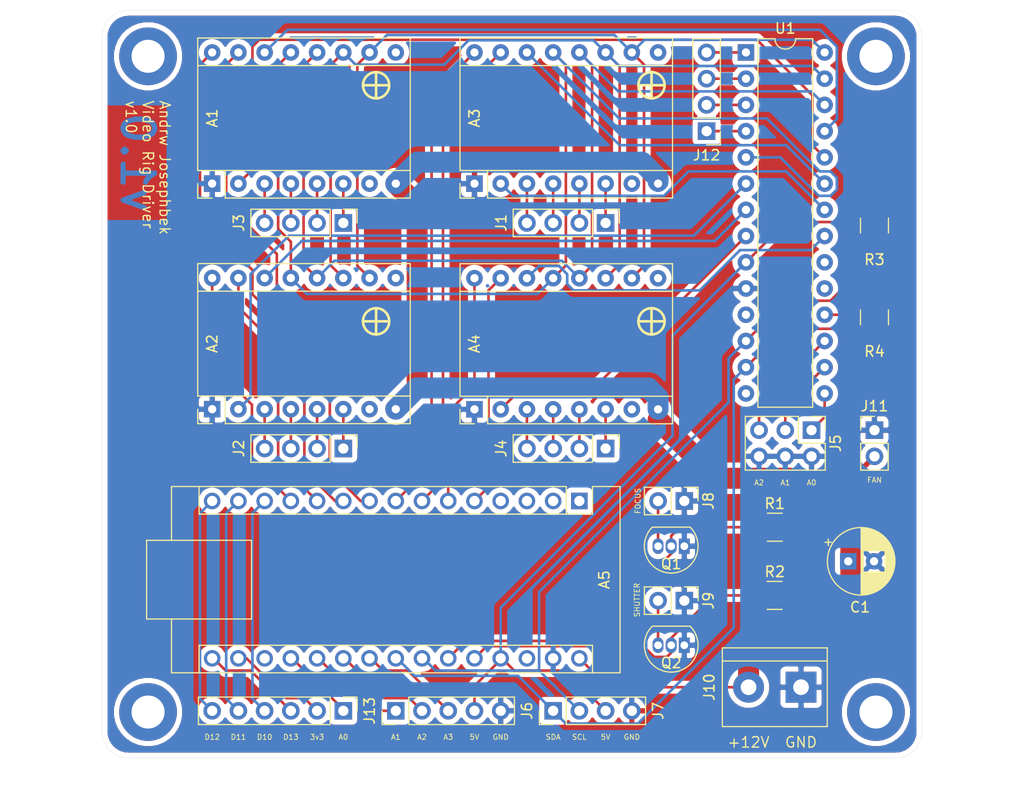
<source format=kicad_pcb>
(kicad_pcb (version 20171130) (host pcbnew "(5.1.10-1-10_14)")
  (title_block (date 2021-06-02) (rev v01) (comment 4 "Author: Andrew Josephbek"))
  (layers (0 F.Cu signal) (31 B.Cu signal) (34 B.Paste user) (35 F.Paste user) (36 B.SilkS user) (37 F.SilkS user) (38 B.Mask user) (39 F.Mask user) (44 Edge.Cuts user))
  (net 0 "")
  (net 1 VCC)
  (net 2 "Net-(A1-Pad7)")
  (net 3 "Net-(A1-Pad9)")
  (net 4 GND)
  (net 5 "Net-(A2-Pad7)")
  (net 6 "Net-(A2-Pad9)")
  (net 7 "Net-(A3-Pad9)")
  (net 8 "Net-(A3-Pad7)")
  (net 9 "Net-(A4-Pad9)")
  (net 10 "Net-(A4-Pad7)")
  (net 11 "Net-(A5-Pad1)")
  (net 12 "Net-(A5-Pad2)")
  (net 13 "Net-(A5-Pad18)")
  (net 14 "Net-(A5-Pad3)")
  (net 15 "Net-(A5-Pad4)")
  (net 16 "Net-(A5-Pad25)")
  (net 17 "Net-(A5-Pad26)")
  (net 18 +5V)
  (net 19 "Net-(A5-Pad28)")
  (net 20 "Net-(A5-Pad13)")
  (net 21 "Net-(A5-Pad14)")
  (net 22 "Net-(A5-Pad15)")
  (net 23 "Net-(J5-Pad1)")
  (net 24 "Net-(J5-Pad3)")
  (net 25 "Net-(J8-Pad2)")
  (net 26 "Net-(J9-Pad2)")
  (net 27 "Net-(U1-Pad19)")
  (net 28 "Net-(U1-Pad20)")
  (net 29 "Net-(U1-Pad11)")
  (net 30 "Net-(U1-Pad14)")
  (net 31 "Net-(J5-Pad5)")
  (net 32 "Net-(J12-Pad4)")
  (net 33 "Net-(J12-Pad3)")
  (net 34 "Net-(J12-Pad2)")
  (net 35 "Net-(J12-Pad1)")
  (net 36 +3V3)
  (net 37 RST)
  (net 38 M2)
  (net 39 DIR1)
  (net 40 STEP1)
  (net 41 M1)
  (net 42 M0)
  (net 43 STEP2)
  (net 44 DIR2)
  (net 45 STEP3)
  (net 46 DIR3)
  (net 47 DIR4)
  (net 48 STEP4)
  (net 49 SLEEP1)
  (net 50 FLT1)
  (net 51 FLT2)
  (net 52 SLEEP2)
  (net 53 FLT3)
  (net 54 SLEEP3)
  (net 55 SLEEP4)
  (net 56 FLT4)
  (net 57 "B2(1)")
  (net 58 "B1(1)")
  (net 59 "A1(1)")
  (net 60 "A2(1)")
  (net 61 "A2(2)")
  (net 62 "A1(2)")
  (net 63 "B1(2)")
  (net 64 "B2(2)")
  (net 65 "A2(3)")
  (net 66 "A1(3)")
  (net 67 "B1(3)")
  (net 68 "B2(3)")
  (net 69 "B2(4)")
  (net 70 "B1(4)")
  (net 71 "A1(4)")
  (net 72 "A2(4)")
  (net 73 A7)
  (net 74 A6)
  (net 75 D13)
  (net 76 SCK)
  (net 77 SDA)
  (net 78 A3)
  (net 79 A2)
  (net 80 A1)
  (net 81 A0)
  (module TerminalBlock:TerminalBlock_bornier-2_P5.08mm (layer F.Cu) (at 166.878 127.508 180)
    (fp_text reference J10 (at 8.89 0 90) (layer F.SilkS))
    (fp_text value "Power (+12V)")
    (pad 2 thru_hole circle (at 5.08 0 180) (size 3 3) (drill 1.52) (layers *.Cu *.Mask) (net 1 VCC))
    (pad 1 thru_hole rect (at 0 0 180) (size 3 3) (drill 1.52) (layers *.Cu *.Mask) (net 4 GND))
  )
  (module Module:Pololu_Breakout-16_15.2x20.3mm (layer F.Cu) (at 135.255 100.598999 90)
    (fp_text reference A4 (at 6.35 0 90) (layer F.SilkS))
    (fp_text value Pololu_Breakout_DRV8825)
    (pad 16 thru_hole oval (at 12.7 0 90) (size 1.6 1.6) (drill 0.8) (layers *.Cu *.Mask) (net 47 DIR4))
    (pad 8 thru_hole oval (at 0 17.78 90) (size 1.6 1.6) (drill 0.8) (layers *.Cu *.Mask) (net 1 VCC))
    (pad 15 thru_hole oval (at 12.7 2.54 90) (size 1.6 1.6) (drill 0.8) (layers *.Cu *.Mask) (net 48 STEP4))
    (pad 7 thru_hole oval (at 0 15.24 90) (size 1.6 1.6) (drill 0.8) (layers *.Cu *.Mask) (net 10 "Net-(A4-Pad7)"))
    (pad 14 thru_hole oval (at 12.7 5.08 90) (size 1.6 1.6) (drill 0.8) (layers *.Cu *.Mask) (net 55 SLEEP4))
    (pad 6 thru_hole oval (at 0 12.7 90) (size 1.6 1.6) (drill 0.8) (layers *.Cu *.Mask) (net 69 "B2(4)"))
    (pad 13 thru_hole oval (at 12.7 7.62 90) (size 1.6 1.6) (drill 0.8) (layers *.Cu *.Mask) (net 37 RST))
    (pad 5 thru_hole oval (at 0 10.16 90) (size 1.6 1.6) (drill 0.8) (layers *.Cu *.Mask) (net 70 "B1(4)"))
    (pad 12 thru_hole oval (at 12.7 10.16 90) (size 1.6 1.6) (drill 0.8) (layers *.Cu *.Mask) (net 38 M2))
    (pad 4 thru_hole oval (at 0 7.62 90) (size 1.6 1.6) (drill 0.8) (layers *.Cu *.Mask) (net 71 "A1(4)"))
    (pad 11 thru_hole oval (at 12.7 12.7 90) (size 1.6 1.6) (drill 0.8) (layers *.Cu *.Mask) (net 41 M1))
    (pad 3 thru_hole oval (at 0 5.08 90) (size 1.6 1.6) (drill 0.8) (layers *.Cu *.Mask) (net 72 "A2(4)"))
    (pad 10 thru_hole oval (at 12.7 15.24 90) (size 1.6 1.6) (drill 0.8) (layers *.Cu *.Mask) (net 42 M0))
    (pad 2 thru_hole oval (at 0 2.54 90) (size 1.6 1.6) (drill 0.8) (layers *.Cu *.Mask) (net 56 FLT4))
    (pad 9 thru_hole oval (at 12.7 17.78 90) (size 1.6 1.6) (drill 0.8) (layers *.Cu *.Mask) (net 9 "Net-(A4-Pad9)"))
    (pad 1 thru_hole rect (at 0 0 90) (size 1.6 1.6) (drill 0.8) (layers *.Cu *.Mask) (net 4 GND))
  )
  (module Connector_PinHeader_2.54mm:PinHeader_1x04_P2.54mm_Vertical (layer F.Cu) (at 122.555 104.394 270)
    (fp_text reference J2 (at 0 10.116 90) (layer F.SilkS))
    (fp_text value "Stepper Header")
    (pad 1 thru_hole rect (at 0 0 270) (size 1.7 1.7) (drill 1) (layers *.Cu *.Mask) (net 64 "B2(2)"))
    (pad 2 thru_hole oval (at 0 2.54 270) (size 1.7 1.7) (drill 1) (layers *.Cu *.Mask) (net 63 "B1(2)"))
    (pad 3 thru_hole oval (at 0 5.08 270) (size 1.7 1.7) (drill 1) (layers *.Cu *.Mask) (net 62 "A1(2)"))
    (pad 4 thru_hole oval (at 0 7.62 270) (size 1.7 1.7) (drill 1) (layers *.Cu *.Mask) (net 61 "A2(2)"))
  )
  (module Module:Pololu_Breakout-16_15.2x20.3mm (layer F.Cu) (at 109.855 100.584 90)
    (fp_text reference A2 (at 6.35 0 90) (layer F.SilkS))
    (fp_text value Pololu_Breakout_DRV8825)
    (pad 1 thru_hole rect (at 0 0 90) (size 1.6 1.6) (drill 0.8) (layers *.Cu *.Mask) (net 4 GND))
    (pad 9 thru_hole oval (at 12.7 17.78 90) (size 1.6 1.6) (drill 0.8) (layers *.Cu *.Mask) (net 6 "Net-(A2-Pad9)"))
    (pad 2 thru_hole oval (at 0 2.54 90) (size 1.6 1.6) (drill 0.8) (layers *.Cu *.Mask) (net 51 FLT2))
    (pad 10 thru_hole oval (at 12.7 15.24 90) (size 1.6 1.6) (drill 0.8) (layers *.Cu *.Mask) (net 42 M0))
    (pad 3 thru_hole oval (at 0 5.08 90) (size 1.6 1.6) (drill 0.8) (layers *.Cu *.Mask) (net 61 "A2(2)"))
    (pad 11 thru_hole oval (at 12.7 12.7 90) (size 1.6 1.6) (drill 0.8) (layers *.Cu *.Mask) (net 41 M1))
    (pad 4 thru_hole oval (at 0 7.62 90) (size 1.6 1.6) (drill 0.8) (layers *.Cu *.Mask) (net 62 "A1(2)"))
    (pad 12 thru_hole oval (at 12.7 10.16 90) (size 1.6 1.6) (drill 0.8) (layers *.Cu *.Mask) (net 38 M2))
    (pad 5 thru_hole oval (at 0 10.16 90) (size 1.6 1.6) (drill 0.8) (layers *.Cu *.Mask) (net 63 "B1(2)"))
    (pad 13 thru_hole oval (at 12.7 7.62 90) (size 1.6 1.6) (drill 0.8) (layers *.Cu *.Mask) (net 37 RST))
    (pad 6 thru_hole oval (at 0 12.7 90) (size 1.6 1.6) (drill 0.8) (layers *.Cu *.Mask) (net 64 "B2(2)"))
    (pad 14 thru_hole oval (at 12.7 5.08 90) (size 1.6 1.6) (drill 0.8) (layers *.Cu *.Mask) (net 52 SLEEP2))
    (pad 7 thru_hole oval (at 0 15.24 90) (size 1.6 1.6) (drill 0.8) (layers *.Cu *.Mask) (net 5 "Net-(A2-Pad7)"))
    (pad 15 thru_hole oval (at 12.7 2.54 90) (size 1.6 1.6) (drill 0.8) (layers *.Cu *.Mask) (net 43 STEP2))
    (pad 8 thru_hole oval (at 0 17.78 90) (size 1.6 1.6) (drill 0.8) (layers *.Cu *.Mask) (net 1 VCC))
    (pad 16 thru_hole oval (at 12.7 0 90) (size 1.6 1.6) (drill 0.8) (layers *.Cu *.Mask) (net 44 DIR2))
  )
  (module Connector_PinHeader_2.54mm:PinHeader_1x02_P2.54mm_Vertical (layer F.Cu) (at 155.575 109.474 270)
    (fp_text reference J8 (at 0 -2.33 90) (layer F.SilkS))
    (fp_text value Focus)
    (pad 2 thru_hole oval (at 0 2.54 270) (size 1.7 1.7) (drill 1) (layers *.Cu *.Mask) (net 25 "Net-(J8-Pad2)"))
    (pad 1 thru_hole rect (at 0 0 270) (size 1.7 1.7) (drill 1) (layers *.Cu *.Mask) (net 4 GND))
  )
  (module Connector_PinHeader_2.54mm:PinHeader_1x02_P2.54mm_Vertical (layer F.Cu) (at 155.575 119.126 270)
    (fp_text reference J9 (at 0 -2.33 90) (layer F.SilkS))
    (fp_text value Shot)
    (pad 2 thru_hole oval (at 0 2.54 270) (size 1.7 1.7) (drill 1) (layers *.Cu *.Mask) (net 26 "Net-(J9-Pad2)"))
    (pad 1 thru_hole rect (at 0 0 270) (size 1.7 1.7) (drill 1) (layers *.Cu *.Mask) (net 4 GND))
  )
  (module Connector_PinHeader_2.54mm:PinHeader_1x04_P2.54mm_Vertical (layer F.Cu) (at 122.555 82.55 270)
    (fp_text reference J3 (at 0 10.116 90) (layer F.SilkS))
    (fp_text value "Stepper Header")
    (pad 4 thru_hole oval (at 0 7.62 270) (size 1.7 1.7) (drill 1) (layers *.Cu *.Mask) (net 65 "A2(3)"))
    (pad 3 thru_hole oval (at 0 5.08 270) (size 1.7 1.7) (drill 1) (layers *.Cu *.Mask) (net 66 "A1(3)"))
    (pad 2 thru_hole oval (at 0 2.54 270) (size 1.7 1.7) (drill 1) (layers *.Cu *.Mask) (net 67 "B1(3)"))
    (pad 1 thru_hole rect (at 0 0 270) (size 1.7 1.7) (drill 1) (layers *.Cu *.Mask) (net 68 "B2(3)"))
  )
  (module Module:Arduino_Nano (layer F.Cu) (at 145.415 109.474 270)
    (fp_text reference A5 (at 7.62 -2.413 270) (layer F.SilkS))
    (fp_text value Arduino_Nano_v3.x)
    (pad 16 thru_hole oval (at 15.24 35.56 270) (size 1.6 1.6) (drill 1) (layers *.Cu *.Mask) (net 75 D13))
    (pad 15 thru_hole oval (at 0 35.56 270) (size 1.6 1.6) (drill 1) (layers *.Cu *.Mask) (net 22 "Net-(A5-Pad15)"))
    (pad 30 thru_hole oval (at 15.24 0 270) (size 1.6 1.6) (drill 1) (layers *.Cu *.Mask) (net 1 VCC))
    (pad 14 thru_hole oval (at 0 33.02 270) (size 1.6 1.6) (drill 1) (layers *.Cu *.Mask) (net 21 "Net-(A5-Pad14)"))
    (pad 29 thru_hole oval (at 15.24 2.54 270) (size 1.6 1.6) (drill 1) (layers *.Cu *.Mask) (net 4 GND))
    (pad 13 thru_hole oval (at 0 30.48 270) (size 1.6 1.6) (drill 1) (layers *.Cu *.Mask) (net 20 "Net-(A5-Pad13)"))
    (pad 28 thru_hole oval (at 15.24 5.08 270) (size 1.6 1.6) (drill 1) (layers *.Cu *.Mask) (net 19 "Net-(A5-Pad28)"))
    (pad 12 thru_hole oval (at 0 27.94 270) (size 1.6 1.6) (drill 1) (layers *.Cu *.Mask) (net 44 DIR2))
    (pad 27 thru_hole oval (at 15.24 7.62 270) (size 1.6 1.6) (drill 1) (layers *.Cu *.Mask) (net 18 +5V))
    (pad 11 thru_hole oval (at 0 25.4 270) (size 1.6 1.6) (drill 1) (layers *.Cu *.Mask) (net 43 STEP2))
    (pad 26 thru_hole oval (at 15.24 10.16 270) (size 1.6 1.6) (drill 1) (layers *.Cu *.Mask) (net 73 A7))
    (pad 10 thru_hole oval (at 0 22.86 270) (size 1.6 1.6) (drill 1) (layers *.Cu *.Mask) (net 46 DIR3))
    (pad 25 thru_hole oval (at 15.24 12.7 270) (size 1.6 1.6) (drill 1) (layers *.Cu *.Mask) (net 74 A6))
    (pad 9 thru_hole oval (at 0 20.32 270) (size 1.6 1.6) (drill 1) (layers *.Cu *.Mask) (net 45 STEP3))
    (pad 24 thru_hole oval (at 15.24 15.24 270) (size 1.6 1.6) (drill 1) (layers *.Cu *.Mask) (net 76 SCK))
    (pad 8 thru_hole oval (at 0 17.78 270) (size 1.6 1.6) (drill 1) (layers *.Cu *.Mask) (net 39 DIR1))
    (pad 23 thru_hole oval (at 15.24 17.78 270) (size 1.6 1.6) (drill 1) (layers *.Cu *.Mask) (net 77 SDA))
    (pad 7 thru_hole oval (at 0 15.24 270) (size 1.6 1.6) (drill 1) (layers *.Cu *.Mask) (net 40 STEP1))
    (pad 22 thru_hole oval (at 15.24 20.32 270) (size 1.6 1.6) (drill 1) (layers *.Cu *.Mask) (net 78 A3))
    (pad 6 thru_hole oval (at 0 12.7 270) (size 1.6 1.6) (drill 1) (layers *.Cu *.Mask) (net 47 DIR4))
    (pad 21 thru_hole oval (at 15.24 22.86 270) (size 1.6 1.6) (drill 1) (layers *.Cu *.Mask) (net 79 A2))
    (pad 5 thru_hole oval (at 0 10.16 270) (size 1.6 1.6) (drill 1) (layers *.Cu *.Mask) (net 48 STEP4))
    (pad 20 thru_hole oval (at 15.24 25.4 270) (size 1.6 1.6) (drill 1) (layers *.Cu *.Mask) (net 80 A1))
    (pad 4 thru_hole oval (at 0 7.62 270) (size 1.6 1.6) (drill 1) (layers *.Cu *.Mask) (net 15 "Net-(A5-Pad4)"))
    (pad 19 thru_hole oval (at 15.24 27.94 270) (size 1.6 1.6) (drill 1) (layers *.Cu *.Mask) (net 81 A0))
    (pad 3 thru_hole oval (at 0 5.08 270) (size 1.6 1.6) (drill 1) (layers *.Cu *.Mask) (net 14 "Net-(A5-Pad3)"))
    (pad 18 thru_hole oval (at 15.24 30.48 270) (size 1.6 1.6) (drill 1) (layers *.Cu *.Mask) (net 13 "Net-(A5-Pad18)"))
    (pad 2 thru_hole oval (at 0 2.54 270) (size 1.6 1.6) (drill 1) (layers *.Cu *.Mask) (net 12 "Net-(A5-Pad2)"))
    (pad 17 thru_hole oval (at 15.24 33.02 270) (size 1.6 1.6) (drill 1) (layers *.Cu *.Mask) (net 36 +3V3))
    (pad 1 thru_hole rect (at 0 0 270) (size 1.6 1.6) (drill 1) (layers *.Cu *.Mask) (net 11 "Net-(A5-Pad1)"))
  )
  (module Connector_PinHeader_2.54mm:PinHeader_2x03_P2.54mm_Vertical (layer F.Cu) (at 167.894 102.616 270)
    (fp_text reference J5 (at 1.27 -2.33 90) (layer F.SilkS))
    (fp_text value "Address Header")
    (pad 6 thru_hole oval (at 2.54 5.08 270) (size 1.7 1.7) (drill 1) (layers *.Cu *.Mask) (net 4 GND))
    (pad 5 thru_hole oval (at 0 5.08 270) (size 1.7 1.7) (drill 1) (layers *.Cu *.Mask) (net 31 "Net-(J5-Pad5)"))
    (pad 4 thru_hole oval (at 2.54 2.54 270) (size 1.7 1.7) (drill 1) (layers *.Cu *.Mask) (net 4 GND))
    (pad 3 thru_hole oval (at 0 2.54 270) (size 1.7 1.7) (drill 1) (layers *.Cu *.Mask) (net 24 "Net-(J5-Pad3)"))
    (pad 2 thru_hole oval (at 2.54 0 270) (size 1.7 1.7) (drill 1) (layers *.Cu *.Mask) (net 4 GND))
    (pad 1 thru_hole rect (at 0 0 270) (size 1.7 1.7) (drill 1) (layers *.Cu *.Mask) (net 23 "Net-(J5-Pad1)"))
  )
  (module Package_DIP:DIP-28_W7.62mm (layer F.Cu) (at 161.544 66.04)
    (fp_text reference U1 (at 3.81 -2.33) (layer F.SilkS))
    (fp_text value MCP23017_SP)
    (pad 1 thru_hole rect (at 0 0) (size 1.6 1.6) (drill 0.8) (layers *.Cu *.Mask) (net 32 "Net-(J12-Pad4)"))
    (pad 15 thru_hole oval (at 7.62 33.02) (size 1.6 1.6) (drill 0.8) (layers *.Cu *.Mask) (net 23 "Net-(J5-Pad1)"))
    (pad 2 thru_hole oval (at 0 2.54) (size 1.6 1.6) (drill 0.8) (layers *.Cu *.Mask) (net 33 "Net-(J12-Pad3)"))
    (pad 16 thru_hole oval (at 7.62 30.48) (size 1.6 1.6) (drill 0.8) (layers *.Cu *.Mask) (net 24 "Net-(J5-Pad3)"))
    (pad 3 thru_hole oval (at 0 5.08) (size 1.6 1.6) (drill 0.8) (layers *.Cu *.Mask) (net 34 "Net-(J12-Pad2)"))
    (pad 17 thru_hole oval (at 7.62 27.94) (size 1.6 1.6) (drill 0.8) (layers *.Cu *.Mask) (net 31 "Net-(J5-Pad5)"))
    (pad 4 thru_hole oval (at 0 7.62) (size 1.6 1.6) (drill 0.8) (layers *.Cu *.Mask) (net 35 "Net-(J12-Pad1)"))
    (pad 18 thru_hole oval (at 7.62 25.4) (size 1.6 1.6) (drill 0.8) (layers *.Cu *.Mask) (net 18 +5V))
    (pad 5 thru_hole oval (at 0 10.16) (size 1.6 1.6) (drill 0.8) (layers *.Cu *.Mask) (net 37 RST))
    (pad 19 thru_hole oval (at 7.62 22.86) (size 1.6 1.6) (drill 0.8) (layers *.Cu *.Mask) (net 27 "Net-(U1-Pad19)"))
    (pad 6 thru_hole oval (at 0 12.7) (size 1.6 1.6) (drill 0.8) (layers *.Cu *.Mask) (net 51 FLT2))
    (pad 20 thru_hole oval (at 7.62 20.32) (size 1.6 1.6) (drill 0.8) (layers *.Cu *.Mask) (net 28 "Net-(U1-Pad20)"))
    (pad 7 thru_hole oval (at 0 15.24) (size 1.6 1.6) (drill 0.8) (layers *.Cu *.Mask) (net 52 SLEEP2))
    (pad 21 thru_hole oval (at 7.62 17.78) (size 1.6 1.6) (drill 0.8) (layers *.Cu *.Mask) (net 55 SLEEP4))
    (pad 8 thru_hole oval (at 0 17.78) (size 1.6 1.6) (drill 0.8) (layers *.Cu *.Mask) (net 56 FLT4))
    (pad 22 thru_hole oval (at 7.62 15.24) (size 1.6 1.6) (drill 0.8) (layers *.Cu *.Mask) (net 50 FLT1))
    (pad 9 thru_hole oval (at 0 20.32) (size 1.6 1.6) (drill 0.8) (layers *.Cu *.Mask) (net 18 +5V))
    (pad 23 thru_hole oval (at 7.62 12.7) (size 1.6 1.6) (drill 0.8) (layers *.Cu *.Mask) (net 49 SLEEP1))
    (pad 10 thru_hole oval (at 0 22.86) (size 1.6 1.6) (drill 0.8) (layers *.Cu *.Mask) (net 4 GND))
    (pad 24 thru_hole oval (at 7.62 10.16) (size 1.6 1.6) (drill 0.8) (layers *.Cu *.Mask) (net 53 FLT3))
    (pad 11 thru_hole oval (at 0 25.4) (size 1.6 1.6) (drill 0.8) (layers *.Cu *.Mask) (net 29 "Net-(U1-Pad11)"))
    (pad 25 thru_hole oval (at 7.62 7.62) (size 1.6 1.6) (drill 0.8) (layers *.Cu *.Mask) (net 54 SLEEP3))
    (pad 12 thru_hole oval (at 0 27.94) (size 1.6 1.6) (drill 0.8) (layers *.Cu *.Mask) (net 76 SCK))
    (pad 26 thru_hole oval (at 7.62 5.08) (size 1.6 1.6) (drill 0.8) (layers *.Cu *.Mask) (net 38 M2))
    (pad 13 thru_hole oval (at 0 30.48) (size 1.6 1.6) (drill 0.8) (layers *.Cu *.Mask) (net 77 SDA))
    (pad 27 thru_hole oval (at 7.62 2.54) (size 1.6 1.6) (drill 0.8) (layers *.Cu *.Mask) (net 41 M1))
    (pad 14 thru_hole oval (at 0 33.02) (size 1.6 1.6) (drill 0.8) (layers *.Cu *.Mask) (net 30 "Net-(U1-Pad14)"))
    (pad 28 thru_hole oval (at 7.62 0) (size 1.6 1.6) (drill 0.8) (layers *.Cu *.Mask) (net 42 M0))
  )
  (module Resistor_SMD:R_1210_3225Metric_Pad1.30x2.65mm_HandSolder (layer F.Cu) (at 173.99 82.804 270)
    (fp_text reference R4)
    (fp_text value "SM 10K")
    (pad 1 smd roundrect (at -1.55 0 270) (size 1.3 2.65) (layers F.Cu F.Paste F.Mask) (roundrect_rratio 0.1923069230769231) (net 18 +5V))
    (pad 2 smd roundrect (at 1.55 0 270) (size 1.3 2.65) (layers F.Cu F.Paste F.Mask) (roundrect_rratio 0.1923069230769231) (net 76 SCK))
  )
  (module Resistor_SMD:R_1210_3225Metric_Pad1.30x2.65mm_HandSolder (layer F.Cu) (at 164.338 112.014 180)
    (fp_text reference R8)
    (fp_text value "SM 10K")
    (pad 2 smd roundrect (at 1.55 0 180) (size 1.3 2.65) (layers F.Cu F.Paste F.Mask) (roundrect_rratio 0.1923069230769231) (net 16 "Net-(A5-Pad25)"))
    (pad 1 smd roundrect (at -1.55 0 180) (size 1.3 2.65) (layers F.Cu F.Paste F.Mask) (roundrect_rratio 0.1923069230769231) (net 4 GND))
  )
  (module Connector_PinHeader_2.54mm:PinHeader_1x02_P2.54mm_Vertical (layer F.Cu) (at 173.99 102.616)
    (fp_text reference J11 (at 0 -2.33) (layer F.SilkS))
    (fp_text value "Fan Header")
    (pad 1 thru_hole rect (at 0 0) (size 1.7 1.7) (drill 1) (layers *.Cu *.Mask) (net 4 GND))
    (pad 2 thru_hole oval (at 0 2.54) (size 1.7 1.7) (drill 1) (layers *.Cu *.Mask) (net 1 VCC))
  )
  (module Package_TO_SOT_THT:TO-92_Inline (layer F.Cu) (at 155.575 113.8555 180)
    (fp_text reference Q1 (at 1.27 -1.7145) (layer F.SilkS))
    (fp_text value 2N7000)
    (pad 1 thru_hole rect (at 0 0 180) (size 1.05 1.5) (drill 0.75) (layers *.Cu *.Mask) (net 4 GND))
    (pad 3 thru_hole oval (at 2.54 0 180) (size 1.05 1.5) (drill 0.75) (layers *.Cu *.Mask) (net 25 "Net-(J8-Pad2)"))
    (pad 2 thru_hole oval (at 1.27 0 180) (size 1.05 1.5) (drill 0.75) (layers *.Cu *.Mask) (net 74 A6))
  )
  (module Package_TO_SOT_THT:TO-92_Inline (layer F.Cu) (at 155.575 123.444 180)
    (fp_text reference Q2 (at 1.27 -1.7145) (layer F.SilkS))
    (fp_text value 2N7000)
    (pad 1 thru_hole rect (at 0 0 180) (size 1.05 1.5) (drill 0.75) (layers *.Cu *.Mask) (net 4 GND))
    (pad 3 thru_hole oval (at 2.54 0 180) (size 1.05 1.5) (drill 0.75) (layers *.Cu *.Mask) (net 26 "Net-(J9-Pad2)"))
    (pad 2 thru_hole oval (at 1.27 0 180) (size 1.05 1.5) (drill 0.75) (layers *.Cu *.Mask) (net 73 A7))
  )
  (module MountingHole:MountingHole_3.2mm_M3_DIN965_Pad (layer F.Cu) (at 103.647752 129.912846)
    (fp_text reference " " (at 0 -3.8) (layer F.SilkS))
    (fp_text value MountingHole_3.2mm_M3_DIN965_Pad)
    (pad 1 thru_hole circle (at 0 0) (size 5.6 5.6) (drill 3.2) (layers *.Cu *.Mask))
  )
  (module MountingHole:MountingHole_3.2mm_M3_DIN965_Pad (layer F.Cu) (at 174.132752 129.912846)
    (fp_text reference " " (at 0 -3.8) (layer F.SilkS))
    (fp_text value MountingHole_3.2mm_M3_DIN965_Pad)
    (pad 3 thru_hole circle (at 0 0) (size 5.599999 5.599999) (drill 3.200001) (layers *.Cu *.Mask))
  )
  (module MountingHole:MountingHole_3.2mm_M3_DIN965_Pad (layer F.Cu) (at 174.132752 66.412846)
    (fp_text reference " " (at 0 -3.8) (layer F.SilkS))
    (fp_text value MountingHole_3.2mm_M3_DIN965_Pad)
    (pad 4 thru_hole circle (at 0 0) (size 5.599999 5.599999) (drill 3.200001) (layers *.Cu *.Mask))
  )
  (module MountingHole:MountingHole_3.2mm_M3_DIN965_Pad (layer F.Cu) (at 103.647752 66.412846)
    (fp_text reference " " (at 0 -3.8) (layer F.SilkS))
    (fp_text value MountingHole_3.2mm_M3_DIN965_Pad)
    (pad 2 thru_hole circle (at 0 0) (size 5.599999 5.599999) (drill 3.200001) (layers *.Cu *.Mask))
  )
  (module Connector_PinHeader_2.54mm:PinHeader_1x05_P2.54mm_Vertical (layer F.Cu) (at 127.635 129.794 90)
    (fp_text reference J6 (at 0 12.7 270) (layer F.SilkS))
    (fp_text value "R.Encoder Header")
    (pad 1 thru_hole rect (at 0 0 90) (size 1.7 1.7) (drill 1) (layers *.Cu *.Mask) (net 80 A1))
    (pad 2 thru_hole oval (at 0 2.54 90) (size 1.7 1.7) (drill 1) (layers *.Cu *.Mask) (net 79 A2))
    (pad 3 thru_hole oval (at 0 5.08 90) (size 1.7 1.7) (drill 1) (layers *.Cu *.Mask) (net 78 A3))
    (pad 4 thru_hole oval (at 0 7.62 90) (size 1.7 1.7) (drill 1) (layers *.Cu *.Mask) (net 18 +5V))
    (pad 5 thru_hole oval (at 0 10.16 90) (size 1.7 1.7) (drill 1) (layers *.Cu *.Mask) (net 4 GND))
  )
  (module Connector_PinHeader_2.54mm:PinHeader_1x04_P2.54mm_Vertical (layer F.Cu) (at 142.875 129.794 90)
    (fp_text reference J7 (at 0 10.16 270) (layer F.SilkS))
    (fp_text value "LCD Header")
    (pad 1 thru_hole rect (at 0 0 90) (size 1.7 1.7) (drill 1) (layers *.Cu *.Mask) (net 77 SDA))
    (pad 2 thru_hole oval (at 0 2.54 90) (size 1.7 1.7) (drill 1) (layers *.Cu *.Mask) (net 76 SCK))
    (pad 3 thru_hole oval (at 0 5.08 90) (size 1.7 1.7) (drill 1) (layers *.Cu *.Mask) (net 18 +5V))
    (pad 4 thru_hole oval (at 0 7.62 90) (size 1.7 1.7) (drill 1) (layers *.Cu *.Mask) (net 4 GND))
  )
  (module Connector_PinHeader_2.54mm:PinHeader_1x06_P2.54mm_Vertical (layer F.Cu) (at 122.555 129.794 270)
    (fp_text reference J13 (at 0 -2.54 270) (layer F.SilkS))
    (fp_text value "Extra Header Direct")
    (pad 1 thru_hole rect (at 0 0 270) (size 1.7 1.7) (drill 1) (layers *.Cu *.Mask) (net 81 A0))
    (pad 2 thru_hole oval (at 0 2.54 270) (size 1.7 1.7) (drill 1) (layers *.Cu *.Mask) (net 36 +3V3))
    (pad 3 thru_hole oval (at 0 5.08 270) (size 1.7 1.7) (drill 1) (layers *.Cu *.Mask) (net 75 D13))
    (pad 4 thru_hole oval (at 0 7.62 270) (size 1.7 1.7) (drill 1) (layers *.Cu *.Mask) (net 20 "Net-(A5-Pad13)"))
    (pad 5 thru_hole oval (at 0 10.16 270) (size 1.7 1.7) (drill 1) (layers *.Cu *.Mask) (net 21 "Net-(A5-Pad14)"))
    (pad 6 thru_hole oval (at 0 12.7 270) (size 1.7 1.7) (drill 1) (layers *.Cu *.Mask) (net 22 "Net-(A5-Pad15)"))
  )
  (module Resistor_SMD:R_1210_3225Metric_Pad1.30x2.65mm_HandSolder (layer F.Cu) (at 164.312 118.618 180)
    (fp_text reference R7)
    (fp_text value "SM 10K")
    (pad 1 smd roundrect (at -1.55 0 180) (size 1.3 2.65) (layers F.Cu F.Paste F.Mask) (roundrect_rratio 0.1923069230769231) (net 4 GND))
    (pad 2 smd roundrect (at 1.55 0 180) (size 1.3 2.65) (layers F.Cu F.Paste F.Mask) (roundrect_rratio 0.1923069230769231) (net 17 "Net-(A5-Pad26)"))
  )
  (module Resistor_SMD:R_1210_3225Metric_Pad1.30x2.65mm_HandSolder (layer F.Cu) (at 173.99 91.694 270)
    (fp_text reference R3)
    (fp_text value "SM 10K")
    (pad 2 smd roundrect (at 1.55 0 270) (size 1.3 2.65) (layers F.Cu F.Paste F.Mask) (roundrect_rratio 0.1923069230769231) (net 77 SDA))
    (pad 1 smd roundrect (at -1.55 0 270) (size 1.3 2.65) (layers F.Cu F.Paste F.Mask) (roundrect_rratio 0.1923069230769231) (net 18 +5V))
  )
  (module Module:Pololu_Breakout-16_15.2x20.3mm (layer F.Cu) (at 135.255 78.74 90)
    (fp_text reference A1 (at 6.35 -25.4 90) (layer F.SilkS))
    (fp_text value Pololu_Breakout_DRV8825)
    (pad 16 thru_hole oval (at 12.7 0 90) (size 1.6 1.6) (drill 0.8) (layers *.Cu *.Mask) (net 39 DIR1))
    (pad 8 thru_hole oval (at 0 17.78 90) (size 1.6 1.6) (drill 0.8) (layers *.Cu *.Mask) (net 1 VCC))
    (pad 15 thru_hole oval (at 12.7 2.54 90) (size 1.6 1.6) (drill 0.8) (layers *.Cu *.Mask) (net 40 STEP1))
    (pad 7 thru_hole oval (at 0 15.24 90) (size 1.6 1.6) (drill 0.8) (layers *.Cu *.Mask) (net 2 "Net-(A1-Pad7)"))
    (pad 14 thru_hole oval (at 12.7 5.08 90) (size 1.6 1.6) (drill 0.8) (layers *.Cu *.Mask) (net 49 SLEEP1))
    (pad 6 thru_hole oval (at 0 12.7 90) (size 1.6 1.6) (drill 0.8) (layers *.Cu *.Mask) (net 57 "B2(1)"))
    (pad 13 thru_hole oval (at 12.7 7.62 90) (size 1.6 1.6) (drill 0.8) (layers *.Cu *.Mask) (net 37 RST))
    (pad 5 thru_hole oval (at 0 10.16 90) (size 1.6 1.6) (drill 0.8) (layers *.Cu *.Mask) (net 58 "B1(1)"))
    (pad 12 thru_hole oval (at 12.7 10.16 90) (size 1.6 1.6) (drill 0.8) (layers *.Cu *.Mask) (net 38 M2))
    (pad 4 thru_hole oval (at 0 7.62 90) (size 1.6 1.6) (drill 0.8) (layers *.Cu *.Mask) (net 59 "A1(1)"))
    (pad 11 thru_hole oval (at 12.7 12.7 90) (size 1.6 1.6) (drill 0.8) (layers *.Cu *.Mask) (net 41 M1))
    (pad 3 thru_hole oval (at 0 5.08 90) (size 1.6 1.6) (drill 0.8) (layers *.Cu *.Mask) (net 60 "A2(1)"))
    (pad 10 thru_hole oval (at 12.7 15.24 90) (size 1.6 1.6) (drill 0.8) (layers *.Cu *.Mask) (net 42 M0))
    (pad 2 thru_hole oval (at 0 2.54 90) (size 1.6 1.6) (drill 0.8) (layers *.Cu *.Mask) (net 50 FLT1))
    (pad 9 thru_hole oval (at 12.7 17.78 90) (size 1.6 1.6) (drill 0.8) (layers *.Cu *.Mask) (net 3 "Net-(A1-Pad9)"))
    (pad 1 thru_hole rect (at 0 0 90) (size 1.6 1.6) (drill 0.8) (layers *.Cu *.Mask) (net 4 GND))
  )
  (module Connector_PinHeader_2.54mm:PinHeader_1x04_P2.54mm_Vertical (layer F.Cu) (at 157.734 73.66 180)
    (fp_text reference J12 (at 0 -2.33) (layer F.SilkS))
    (fp_text value "Extra Header I2C")
    (pad 4 thru_hole oval (at 0 7.62 180) (size 1.7 1.7) (drill 1) (layers *.Cu *.Mask) (net 32 "Net-(J12-Pad4)"))
    (pad 3 thru_hole oval (at 0 5.08 180) (size 1.7 1.7) (drill 1) (layers *.Cu *.Mask) (net 33 "Net-(J12-Pad3)"))
    (pad 2 thru_hole oval (at 0 2.54 180) (size 1.7 1.7) (drill 1) (layers *.Cu *.Mask) (net 34 "Net-(J12-Pad2)"))
    (pad 1 thru_hole rect (at 0 0 180) (size 1.7 1.7) (drill 1) (layers *.Cu *.Mask) (net 35 "Net-(J12-Pad1)"))
  )
  (module Module:Pololu_Breakout-16_15.2x20.3mm (layer F.Cu) (at 109.855 78.74 90)
    (fp_text reference A3 (at 6.35 25.4 90) (layer F.SilkS))
    (fp_text value Pololu_Breakout_DRV8825)
    (pad 1 thru_hole rect (at 0 0 90) (size 1.6 1.6) (drill 0.8) (layers *.Cu *.Mask) (net 4 GND))
    (pad 9 thru_hole oval (at 12.7 17.78 90) (size 1.6 1.6) (drill 0.8) (layers *.Cu *.Mask) (net 7 "Net-(A3-Pad9)"))
    (pad 2 thru_hole oval (at 0 2.54 90) (size 1.6 1.6) (drill 0.8) (layers *.Cu *.Mask) (net 53 FLT3))
    (pad 10 thru_hole oval (at 12.7 15.24 90) (size 1.6 1.6) (drill 0.8) (layers *.Cu *.Mask) (net 42 M0))
    (pad 3 thru_hole oval (at 0 5.08 90) (size 1.6 1.6) (drill 0.8) (layers *.Cu *.Mask) (net 65 "A2(3)"))
    (pad 11 thru_hole oval (at 12.7 12.7 90) (size 1.6 1.6) (drill 0.8) (layers *.Cu *.Mask) (net 41 M1))
    (pad 4 thru_hole oval (at 0 7.62 90) (size 1.6 1.6) (drill 0.8) (layers *.Cu *.Mask) (net 66 "A1(3)"))
    (pad 12 thru_hole oval (at 12.7 10.16 90) (size 1.6 1.6) (drill 0.8) (layers *.Cu *.Mask) (net 38 M2))
    (pad 5 thru_hole oval (at 0 10.16 90) (size 1.6 1.6) (drill 0.8) (layers *.Cu *.Mask) (net 67 "B1(3)"))
    (pad 13 thru_hole oval (at 12.7 7.62 90) (size 1.6 1.6) (drill 0.8) (layers *.Cu *.Mask) (net 37 RST))
    (pad 6 thru_hole oval (at 0 12.7 90) (size 1.6 1.6) (drill 0.8) (layers *.Cu *.Mask) (net 68 "B2(3)"))
    (pad 14 thru_hole oval (at 12.7 5.08 90) (size 1.6 1.6) (drill 0.8) (layers *.Cu *.Mask) (net 54 SLEEP3))
    (pad 7 thru_hole oval (at 0 15.24 90) (size 1.6 1.6) (drill 0.8) (layers *.Cu *.Mask) (net 8 "Net-(A3-Pad7)"))
    (pad 15 thru_hole oval (at 12.7 2.54 90) (size 1.6 1.6) (drill 0.8) (layers *.Cu *.Mask) (net 45 STEP3))
    (pad 8 thru_hole oval (at 0 17.78 90) (size 1.6 1.6) (drill 0.8) (layers *.Cu *.Mask) (net 1 VCC))
    (pad 16 thru_hole oval (at 12.7 0 90) (size 1.6 1.6) (drill 0.8) (layers *.Cu *.Mask) (net 46 DIR3))
  )
  (module Capacitor_THT:CP_Radial_D6.3mm_P2.50mm (layer F.Cu) (at 171.45 115.316)
    (fp_text reference C1 (at 1.143 4.445) (layer F.SilkS))
    (fp_text value 220uF)
    (pad 1 thru_hole rect (at 0 0) (size 1.6 1.6) (drill 0.8) (layers *.Cu *.Mask) (net 1 VCC))
    (pad 2 thru_hole circle (at 2.5 0) (size 1.6 1.6) (drill 0.8) (layers *.Cu *.Mask) (net 4 GND))
  )
  (module Connector_PinHeader_2.54mm:PinHeader_1x04_P2.54mm_Vertical (layer F.Cu) (at 147.955 82.55 270)
    (fp_text reference J1 (at 0 10.116 90) (layer F.SilkS))
    (fp_text value "Stepper Header")
    (pad 1 thru_hole rect (at 0 0 270) (size 1.7 1.7) (drill 1) (layers *.Cu *.Mask) (net 57 "B2(1)"))
    (pad 2 thru_hole oval (at 0 2.54 270) (size 1.7 1.7) (drill 1) (layers *.Cu *.Mask) (net 58 "B1(1)"))
    (pad 3 thru_hole oval (at 0 5.08 270) (size 1.7 1.7) (drill 1) (layers *.Cu *.Mask) (net 59 "A1(1)"))
    (pad 4 thru_hole oval (at 0 7.62 270) (size 1.7 1.7) (drill 1) (layers *.Cu *.Mask) (net 60 "A2(1)"))
  )
  (module Connector_PinHeader_2.54mm:PinHeader_1x04_P2.54mm_Vertical (layer F.Cu) (at 147.955 104.394 270)
    (fp_text reference J4 (at 0 10.116 90) (layer F.SilkS))
    (fp_text value "Stepper Header")
    (pad 4 thru_hole oval (at 0 7.62 270) (size 1.7 1.7) (drill 1) (layers *.Cu *.Mask) (net 72 "A2(4)"))
    (pad 3 thru_hole oval (at 0 5.08 270) (size 1.7 1.7) (drill 1) (layers *.Cu *.Mask) (net 71 "A1(4)"))
    (pad 2 thru_hole oval (at 0 2.54 270) (size 1.7 1.7) (drill 1) (layers *.Cu *.Mask) (net 70 "B1(4)"))
    (pad 1 thru_hole rect (at 0 0 270) (size 1.7 1.7) (drill 1) (layers *.Cu *.Mask) (net 69 "B2(4)"))
  )
  (gr_text R3 (at 173.99 86.106) (layer F.SilkS) (effects (font (size 1.016 1.016) (thickness 0.1524))))
  (gr_text R1 (at 164.338 109.728) (layer F.SilkS) (effects (font (size 1.016 1.016) (thickness 0.1524))))
  (gr_text R2 (at 164.338 116.332) (layer F.SilkS) (effects (font (size 1.016 1.016) (thickness 0.1524))))
  (gr_text R4 (at 173.99 94.996) (layer F.SilkS) (effects (font (size 1.016 1.016) (thickness 0.1524))))
  (gr_text +12V (at 161.798 132.842) (layer F.SilkS) (effects (font (size 1.016 1.016) (thickness 0.127))))
  (gr_text GND (at 166.878 132.842) (layer F.SilkS) (effects (font (size 1.016 1.016) (thickness 0.127))))
  (gr_text FAN (at 173.99 107.442) (layer F.SilkS) (effects (font (size 0.508 0.508) (thickness 0.0762))))
  (gr_arc (start 101.742752 64.507846) (end 101.742752 61.967846) (angle -90) (layer Edge.Cuts) (width 0.0254))
  (gr_arc (start 176.037752 64.507846) (end 178.577752 64.507846) (angle -90) (layer Edge.Cuts) (width 0.0254))
  (gr_arc (start 176.037752 131.817846) (end 176.037752 134.357846) (angle -90) (layer Edge.Cuts) (width 0.0254))
  (gr_arc (start 101.742752 131.817846) (end 99.202752 131.817846) (angle -90) (layer Edge.Cuts) (width 0.0254))
  (gr_line (start 176.037752 134.357846) (end 101.742752 134.357846) (layer Edge.Cuts) (width 0.0254))
  (gr_line (start 176.037752 61.967846) (end 101.742752 61.967846) (layer Edge.Cuts) (width 0.0254))
  (gr_line (start 178.577752 131.817846) (end 178.577752 64.507846) (layer Edge.Cuts) (width 0.0254))
  (gr_line (start 99.202752 64.507846) (end 99.202752 131.817846) (layer Edge.Cuts) (width 0.0254))
  (gr_text SHUTTER (at 151.003 119.0625 90) (layer F.SilkS) (effects (font (size 0.508 0.508) (thickness 0.0762))))
  (gr_text FOCUS (at 151.0792 109.474 90) (layer F.SilkS) (effects (font (size 0.508 0.508) (thickness 0.0762))))
  (gr_text A1 (at 165.354 107.696) (layer F.SilkS) (effects (font (size 0.508 0.508) (thickness 0.0762))))
  (gr_text A0 (at 167.894 107.696) (layer F.SilkS) (effects (font (size 0.508 0.508) (thickness 0.0762))))
  (gr_text A2 (at 162.814 107.696) (layer F.SilkS) (effects (font (size 0.508 0.508) (thickness 0.0762))))
  (gr_text SDA (at 142.875 132.334) (layer F.SilkS) (effects (font (size 0.508 0.508) (thickness 0.0762))))
  (gr_text SCL (at 145.415 132.334) (layer F.SilkS) (effects (font (size 0.508 0.508) (thickness 0.0762))))
  (gr_text 5V (at 147.955 132.334) (layer F.SilkS) (effects (font (size 0.508 0.508) (thickness 0.0762))))
  (gr_text GND (at 150.495 132.334) (layer F.SilkS) (effects (font (size 0.508 0.508) (thickness 0.0762))))
  (gr_text A1 (at 127.635 132.334) (layer F.SilkS) (effects (font (size 0.508 0.508) (thickness 0.0762))))
  (gr_text A2 (at 130.175 132.334) (layer F.SilkS) (effects (font (size 0.508 0.508) (thickness 0.0762))))
  (gr_text GND (at 137.795 132.334) (layer F.SilkS) (effects (font (size 0.508 0.508) (thickness 0.0762))))
  (gr_text A3 (at 132.715 132.334) (layer F.SilkS) (effects (font (size 0.508 0.508) (thickness 0.0762))))
  (gr_text 5V (at 135.255 132.334) (layer F.SilkS) (effects (font (size 0.508 0.508) (thickness 0.0762))))
  (gr_text D12 (at 109.855 132.334) (layer F.SilkS) (effects (font (size 0.508 0.508) (thickness 0.0762))))
  (gr_text D11 (at 112.395 132.334) (layer F.SilkS) (effects (font (size 0.508 0.508) (thickness 0.0762))))
  (gr_text D10 (at 114.935 132.334) (layer F.SilkS) (effects (font (size 0.508 0.508) (thickness 0.0762))))
  (gr_text D13 (at 117.475 132.334) (layer F.SilkS) (effects (font (size 0.508 0.508) (thickness 0.0762))))
  (gr_text 3v3 (at 120.015 132.334) (layer F.SilkS) (effects (font (size 0.508 0.508) (thickness 0.0762))))
  (gr_text A0 (at 122.555 132.334) (layer F.SilkS) (effects (font (size 0.508 0.508) (thickness 0.0762))))
  (gr_text v1.0 (at 102.616 76.708 -90) (layer B.Cu) (effects (font (size 3.048 3.048) (thickness 0.508)) (justify mirror)))
  (gr_text "Andrw Josephbek\nVideo Rig Driver\nv1.0" (at 103.632 70.612 -90) (layer F.SilkS) (effects (font (size 1.016 1.016) (thickness 0.127)) (justify left)))
  (gr_circle (center 152.4 92.075) (end 153.67 92.075) (layer F.SilkS) (width 0.254))
  (gr_line (start 153.67 92.075) (end 151.13 92.075) (layer F.SilkS) (width 0.254))
  (gr_line (start 152.4 93.345) (end 152.4 90.805) (layer F.SilkS) (width 0.254))
  (gr_circle (center 125.73 92.075) (end 127 92.075) (layer F.SilkS) (width 0.254))
  (gr_line (start 127 92.075) (end 124.46 92.075) (layer F.SilkS) (width 0.254))
  (gr_line (start 125.73 93.345) (end 125.73 90.805) (layer F.SilkS) (width 0.254))
  (gr_circle (center 152.4 69.215) (end 153.67 69.215) (layer F.SilkS) (width 0.254))
  (gr_line (start 153.67 69.215) (end 151.13 69.215) (layer F.SilkS) (width 0.254))
  (gr_line (start 152.4 70.485) (end 152.4 67.945) (layer F.SilkS) (width 0.254))
  (gr_line (start 125.73 70.485) (end 125.73 67.945) (layer F.SilkS) (width 0.254))
  (gr_line (start 127 69.215) (end 124.46 69.215) (layer F.SilkS) (width 0.254))
  (gr_circle (center 125.73 69.215) (end 127 69.215) (layer F.SilkS) (width 0.254))
  (segment (start 153.035 78.216398) (end 153.035 78.523991) (width 2.032) (layer B.Cu) (net 1))
  (segment (start 151.488601 76.669999) (end 153.035 78.216398) (width 2.032) (layer B.Cu) (net 1))
  (segment (start 129.705001 76.669999) (end 151.488601 76.669999) (width 2.032) (layer B.Cu) (net 1))
  (segment (start 127.635 78.74) (end 129.705001 76.669999) (width 2.032) (layer B.Cu) (net 1))
  (segment (start 148.209 127.508) (end 145.415 124.714) (width 0.254) (layer F.Cu) (net 1))
  (segment (start 161.798 127.508) (end 148.209 127.508) (width 0.254) (layer F.Cu) (net 1))
  (segment (start 161.798 127.508) (end 161.798 123.698) (width 2.032) (layer F.Cu) (net 1))
  (segment (start 161.798 123.698) (end 162.687 122.809) (width 2.032) (layer F.Cu) (net 1))
  (segment (start 162.687 122.809) (end 170.307 122.809) (width 2.032) (layer F.Cu) (net 1))
  (segment (start 171.704 121.412) (end 171.704 115.316) (width 2.032) (layer F.Cu) (net 1))
  (segment (start 170.307 122.809) (end 171.704 121.412) (width 2.032) (layer F.Cu) (net 1))
  (segment (start 171.704 113.18938) (end 171.704 115.316) (width 2.032) (layer F.Cu) (net 1))
  (segment (start 158.696002 107.276001) (end 165.790621 107.276001) (width 2.032) (layer F.Cu) (net 1))
  (segment (start 153.035 101.614999) (end 158.696002 107.276001) (width 2.032) (layer F.Cu) (net 1))
  (segment (start 169.02081 110.12519) (end 169.02081 110.50619) (width 0.508) (layer F.Cu) (net 1))
  (segment (start 173.99 105.156) (end 169.02081 110.12519) (width 0.508) (layer F.Cu) (net 1))
  (segment (start 169.02081 110.50619) (end 171.704 113.18938) (width 2.032) (layer F.Cu) (net 1))
  (segment (start 165.790621 107.276001) (end 169.02081 110.50619) (width 2.032) (layer F.Cu) (net 1))
  (segment (start 153.035 99.467629) (end 153.035 100.598999) (width 2.032) (layer B.Cu) (net 1))
  (segment (start 152.096369 98.528998) (end 153.035 99.467629) (width 2.032) (layer B.Cu) (net 1))
  (segment (start 129.690002 98.528998) (end 152.096369 98.528998) (width 2.032) (layer B.Cu) (net 1))
  (segment (start 127.635 100.584) (end 129.690002 98.528998) (width 2.032) (layer B.Cu) (net 1))
  (segment (start 129.705001 98.513999) (end 127.635 100.584) (width 2.032) (layer F.Cu) (net 1))
  (segment (start 129.705001 80.810001) (end 129.705001 98.513999) (width 2.032) (layer F.Cu) (net 1))
  (segment (start 127.635 78.74) (end 129.705001 80.810001) (width 2.032) (layer F.Cu) (net 1))
  (segment (start 155.1425 112.014) (end 162.788 112.014) (width 0.254) (layer F.Cu) (net 16))
  (segment (start 154.305 112.8515) (end 155.1425 112.014) (width 0.254) (layer F.Cu) (net 16))
  (segment (start 154.305 113.8555) (end 154.305 112.8515) (width 0.254) (layer F.Cu) (net 16))
  (segment (start 158.440198 118.618) (end 162.762 118.618) (width 0.254) (layer F.Cu) (net 17))
  (segment (start 154.305 122.753198) (end 158.440198 118.618) (width 0.254) (layer F.Cu) (net 17))
  (segment (start 154.305 123.444) (end 154.305 122.753198) (width 0.254) (layer F.Cu) (net 17))
  (segment (start 135.255 127.381) (end 137.922 124.714) (width 0.254) (layer F.Cu) (net 18))
  (segment (start 135.255 129.794) (end 135.255 127.381) (width 0.254) (layer F.Cu) (net 18))
  (segment (start 144.056001 125.895001) (end 147.955 129.794) (width 0.254) (layer F.Cu) (net 18))
  (segment (start 139.103001 125.895001) (end 144.056001 125.895001) (width 0.254) (layer F.Cu) (net 18))
  (segment (start 137.922 124.714) (end 139.103001 125.895001) (width 0.254) (layer F.Cu) (net 18))
  (segment (start 154.43201 103.167556) (end 137.795 119.804566) (width 0.254) (layer B.Cu) (net 18))
  (segment (start 137.795 119.804566) (end 137.795 124.714) (width 0.254) (layer B.Cu) (net 18))
  (segment (start 154.43201 93.47199) (end 154.43201 103.167556) (width 0.254) (layer B.Cu) (net 18))
  (segment (start 161.544 86.36) (end 154.43201 93.47199) (width 0.254) (layer B.Cu) (net 18))
  (segment (start 175.69601 88.43799) (end 173.99 90.144) (width 0.254) (layer F.Cu) (net 18))
  (segment (start 175.69601 82.96001) (end 175.69601 88.43799) (width 0.254) (layer F.Cu) (net 18))
  (segment (start 173.99 81.254) (end 175.69601 82.96001) (width 0.254) (layer F.Cu) (net 18))
  (segment (start 172.782999 82.461001) (end 165.442999 82.461001) (width 0.254) (layer F.Cu) (net 18))
  (segment (start 165.442999 82.461001) (end 161.544 86.36) (width 0.254) (layer F.Cu) (net 18))
  (segment (start 173.99 81.254) (end 172.782999 82.461001) (width 0.254) (layer F.Cu) (net 18))
  (segment (start 172.694 91.44) (end 173.99 90.144) (width 0.254) (layer F.Cu) (net 18))
  (segment (start 169.164 91.44) (end 172.694 91.44) (width 0.254) (layer F.Cu) (net 18))
  (segment (start 113.753999 110.655001) (end 114.935 109.474) (width 0.254) (layer B.Cu) (net 20))
  (segment (start 113.753999 128.612999) (end 113.753999 110.655001) (width 0.254) (layer B.Cu) (net 20))
  (segment (start 114.935 129.794) (end 113.753999 128.612999) (width 0.254) (layer B.Cu) (net 20))
  (segment (start 111.213999 110.655001) (end 112.395 109.474) (width 0.254) (layer B.Cu) (net 21))
  (segment (start 111.213999 128.612999) (end 111.213999 110.655001) (width 0.254) (layer B.Cu) (net 21))
  (segment (start 112.395 129.794) (end 111.213999 128.612999) (width 0.254) (layer B.Cu) (net 21))
  (segment (start 108.673999 128.612999) (end 109.855 129.794) (width 0.254) (layer B.Cu) (net 22))
  (segment (start 108.673999 110.655001) (end 108.673999 128.612999) (width 0.254) (layer B.Cu) (net 22))
  (segment (start 109.855 109.474) (end 108.673999 110.655001) (width 0.254) (layer B.Cu) (net 22))
  (segment (start 169.164 101.346) (end 167.894 102.616) (width 0.254) (layer F.Cu) (net 23))
  (segment (start 169.164 99.06) (end 169.164 101.346) (width 0.254) (layer F.Cu) (net 23))
  (segment (start 165.354 100.33) (end 165.354 102.616) (width 0.254) (layer F.Cu) (net 24))
  (segment (start 169.164 96.52) (end 165.354 100.33) (width 0.254) (layer F.Cu) (net 24))
  (segment (start 153.035 109.474) (end 153.035 113.8555) (width 0.254) (layer F.Cu) (net 25))
  (segment (start 153.035 119.126) (end 153.035 123.444) (width 0.254) (layer F.Cu) (net 26))
  (segment (start 162.814 100.33) (end 162.814 102.616) (width 0.254) (layer F.Cu) (net 31))
  (segment (start 169.164 93.98) (end 162.814 100.33) (width 0.254) (layer F.Cu) (net 31))
  (segment (start 161.544 66.04) (end 157.734 66.04) (width 0.254) (layer F.Cu) (net 32))
  (segment (start 161.544 68.58) (end 157.734 68.58) (width 0.254) (layer F.Cu) (net 33))
  (segment (start 161.544 71.12) (end 157.734 71.12) (width 0.254) (layer F.Cu) (net 34))
  (segment (start 161.544 73.66) (end 157.734 73.66) (width 0.254) (layer F.Cu) (net 35))
  (segment (start 120.015 129.159) (end 120.65 129.794) (width 0.254) (layer F.Cu) (net 36))
  (segment (start 118.783999 128.562999) (end 120.015 129.794) (width 0.254) (layer F.Cu) (net 36))
  (segment (start 117.036117 128.562999) (end 118.783999 128.562999) (width 0.254) (layer F.Cu) (net 36))
  (segment (start 113.187118 124.714) (end 117.036117 128.562999) (width 0.254) (layer F.Cu) (net 36))
  (segment (start 112.395 124.714) (end 113.187118 124.714) (width 0.254) (layer F.Cu) (net 36))
  (segment (start 168.701433 77.558999) (end 163.571433 72.428999) (width 0.254) (layer B.Cu) (net 37))
  (segment (start 169.730881 77.558999) (end 168.701433 77.558999) (width 0.254) (layer B.Cu) (net 37))
  (segment (start 170.345001 78.173119) (end 169.730881 77.558999) (width 0.254) (layer B.Cu) (net 37))
  (segment (start 149.263999 72.428999) (end 142.875 66.04) (width 0.254) (layer B.Cu) (net 37))
  (segment (start 170.345001 79.306881) (end 170.345001 78.173119) (width 0.254) (layer B.Cu) (net 37))
  (segment (start 163.571433 72.428999) (end 149.263999 72.428999) (width 0.254) (layer B.Cu) (net 37))
  (segment (start 169.730881 79.921001) (end 170.345001 79.306881) (width 0.254) (layer B.Cu) (net 37))
  (segment (start 168.597119 79.921001) (end 169.730881 79.921001) (width 0.254) (layer B.Cu) (net 37))
  (segment (start 164.876118 76.2) (end 168.597119 79.921001) (width 0.254) (layer B.Cu) (net 37))
  (segment (start 161.544 76.2) (end 164.876118 76.2) (width 0.254) (layer B.Cu) (net 37))
  (segment (start 116.243999 67.271001) (end 117.475 66.04) (width 0.254) (layer F.Cu) (net 37))
  (segment (start 116.243999 83.140881) (end 116.243999 67.271001) (width 0.254) (layer F.Cu) (net 37))
  (segment (start 117.475 84.371882) (end 116.243999 83.140881) (width 0.254) (layer F.Cu) (net 37))
  (segment (start 117.475 87.884) (end 117.475 84.371882) (width 0.254) (layer F.Cu) (net 37))
  (segment (start 144.106001 86.667998) (end 144.106001 67.271001) (width 0.254) (layer F.Cu) (net 37))
  (segment (start 144.106001 67.271001) (end 142.875 66.04) (width 0.254) (layer F.Cu) (net 37))
  (segment (start 142.875 87.898999) (end 144.106001 86.667998) (width 0.254) (layer F.Cu) (net 37))
  (segment (start 142.531991 88.242008) (end 142.875 88.242008) (width 0.254) (layer B.Cu) (net 37))
  (segment (start 141.350991 89.423008) (end 142.531991 88.242008) (width 0.254) (layer B.Cu) (net 37))
  (segment (start 119.014008 89.423008) (end 141.350991 89.423008) (width 0.254) (layer B.Cu) (net 37))
  (segment (start 117.475 87.884) (end 119.014008 89.423008) (width 0.254) (layer B.Cu) (net 37))
  (segment (start 149.186001 69.811001) (end 145.415 66.04) (width 0.254) (layer B.Cu) (net 38))
  (segment (start 167.855001 69.811001) (end 149.186001 69.811001) (width 0.254) (layer B.Cu) (net 38))
  (segment (start 169.164 71.12) (end 167.855001 69.811001) (width 0.254) (layer B.Cu) (net 38))
  (segment (start 118.706001 86.575001) (end 118.706001 67.348999) (width 0.254) (layer F.Cu) (net 38))
  (segment (start 118.706001 67.348999) (end 120.015 66.04) (width 0.254) (layer F.Cu) (net 38))
  (segment (start 120.015 87.884) (end 118.706001 86.575001) (width 0.254) (layer F.Cu) (net 38))
  (segment (start 146.646001 67.271001) (end 145.415 66.04) (width 0.254) (layer F.Cu) (net 38))
  (segment (start 146.646001 86.667998) (end 146.646001 67.271001) (width 0.254) (layer F.Cu) (net 38))
  (segment (start 145.415 87.898999) (end 146.646001 86.667998) (width 0.254) (layer F.Cu) (net 38))
  (segment (start 143.725989 86.209988) (end 145.415 87.898999) (width 0.254) (layer B.Cu) (net 38))
  (segment (start 121.689012 86.209988) (end 143.725989 86.209988) (width 0.254) (layer B.Cu) (net 38))
  (segment (start 120.015 87.884) (end 121.689012 86.209988) (width 0.254) (layer B.Cu) (net 38))
  (segment (start 131.102011 70.192989) (end 135.255 66.04) (width 0.254) (layer F.Cu) (net 39))
  (segment (start 131.102011 106.006989) (end 131.102011 70.192989) (width 0.254) (layer F.Cu) (net 39))
  (segment (start 127.635 109.474) (end 131.102011 106.006989) (width 0.254) (layer F.Cu) (net 39))
  (segment (start 132.20699 71.62801) (end 137.795 66.04) (width 0.254) (layer F.Cu) (net 40))
  (segment (start 132.20699 107.44201) (end 132.20699 71.62801) (width 0.254) (layer F.Cu) (net 40))
  (segment (start 130.175 109.474) (end 132.20699 107.44201) (width 0.254) (layer F.Cu) (net 40))
  (segment (start 149.263999 67.348999) (end 147.955 66.04) (width 0.254) (layer B.Cu) (net 41))
  (segment (start 167.932999 67.348999) (end 149.263999 67.348999) (width 0.254) (layer B.Cu) (net 41))
  (segment (start 169.164 68.58) (end 167.932999 67.348999) (width 0.254) (layer B.Cu) (net 41))
  (segment (start 134.688119 64.858999) (end 146.773999 64.858999) (width 0.254) (layer B.Cu) (net 41))
  (segment (start 132.326117 67.221001) (end 134.688119 64.858999) (width 0.254) (layer B.Cu) (net 41))
  (segment (start 123.736001 67.221001) (end 132.326117 67.221001) (width 0.254) (layer B.Cu) (net 41))
  (segment (start 146.773999 64.858999) (end 147.955 66.04) (width 0.254) (layer B.Cu) (net 41))
  (segment (start 122.555 66.04) (end 123.736001 67.221001) (width 0.254) (layer B.Cu) (net 41))
  (segment (start 121.323999 67.271001) (end 122.555 66.04) (width 0.254) (layer F.Cu) (net 41))
  (segment (start 121.323999 86.652999) (end 121.323999 67.271001) (width 0.254) (layer F.Cu) (net 41))
  (segment (start 122.555 87.884) (end 121.323999 86.652999) (width 0.254) (layer F.Cu) (net 41))
  (segment (start 149.313999 67.398999) (end 147.955 66.04) (width 0.254) (layer F.Cu) (net 41))
  (segment (start 149.313999 86.54) (end 149.313999 67.398999) (width 0.254) (layer F.Cu) (net 41))
  (segment (start 147.955 87.898999) (end 149.313999 86.54) (width 0.254) (layer F.Cu) (net 41))
  (segment (start 151.726001 64.808999) (end 150.495 66.04) (width 0.254) (layer B.Cu) (net 42))
  (segment (start 167.932999 64.808999) (end 151.726001 64.808999) (width 0.254) (layer B.Cu) (net 42))
  (segment (start 169.164 66.04) (end 167.932999 64.808999) (width 0.254) (layer B.Cu) (net 42))
  (segment (start 148.805989 64.350989) (end 150.495 66.04) (width 0.254) (layer B.Cu) (net 42))
  (segment (start 126.784011 64.350989) (end 148.805989 64.350989) (width 0.254) (layer B.Cu) (net 42))
  (segment (start 125.095 66.04) (end 126.784011 64.350989) (width 0.254) (layer B.Cu) (net 42))
  (segment (start 123.913999 67.221001) (end 125.095 66.04) (width 0.254) (layer F.Cu) (net 42))
  (segment (start 123.913999 86.702999) (end 123.913999 67.221001) (width 0.254) (layer F.Cu) (net 42))
  (segment (start 125.095 87.884) (end 123.913999 86.702999) (width 0.254) (layer F.Cu) (net 42))
  (segment (start 151.676001 67.221001) (end 150.495 66.04) (width 0.254) (layer F.Cu) (net 42))
  (segment (start 151.676001 86.717998) (end 151.676001 67.221001) (width 0.254) (layer F.Cu) (net 42))
  (segment (start 150.495 87.898999) (end 151.676001 86.717998) (width 0.254) (layer F.Cu) (net 42))
  (segment (start 116.243999 105.702999) (end 120.015 109.474) (width 0.254) (layer F.Cu) (net 43))
  (segment (start 116.243999 94.570565) (end 116.243999 105.702999) (width 0.254) (layer F.Cu) (net 43))
  (segment (start 112.395 90.721566) (end 116.243999 94.570565) (width 0.254) (layer F.Cu) (net 43))
  (segment (start 112.395 87.884) (end 112.395 90.721566) (width 0.254) (layer F.Cu) (net 43))
  (segment (start 113.703999 105.702999) (end 117.475 109.474) (width 0.254) (layer F.Cu) (net 44))
  (segment (start 113.703999 100.145117) (end 113.703999 105.702999) (width 0.254) (layer F.Cu) (net 44))
  (segment (start 109.855 96.296118) (end 113.703999 100.145117) (width 0.254) (layer F.Cu) (net 44))
  (segment (start 109.855 87.884) (end 109.855 96.296118) (width 0.254) (layer F.Cu) (net 44))
  (segment (start 111.213999 67.221001) (end 112.395 66.04) (width 0.254) (layer F.Cu) (net 45))
  (segment (start 111.213999 80.650881) (end 111.213999 67.221001) (width 0.254) (layer F.Cu) (net 45))
  (segment (start 116.116001 85.552883) (end 111.213999 80.650881) (width 0.254) (layer F.Cu) (net 45))
  (segment (start 116.116001 89.288883) (end 116.116001 85.552883) (width 0.254) (layer F.Cu) (net 45))
  (segment (start 121.246001 94.418883) (end 116.116001 89.288883) (width 0.254) (layer F.Cu) (net 45))
  (segment (start 121.246001 106.486803) (end 121.246001 94.418883) (width 0.254) (layer F.Cu) (net 45))
  (segment (start 124.233198 109.474) (end 121.246001 106.486803) (width 0.254) (layer F.Cu) (net 45))
  (segment (start 125.095 109.474) (end 124.233198 109.474) (width 0.254) (layer F.Cu) (net 45))
  (segment (start 121.762882 109.474) (end 122.555 109.474) (width 0.254) (layer F.Cu) (net 46))
  (segment (start 118.783999 106.495117) (end 121.762882 109.474) (width 0.254) (layer F.Cu) (net 46))
  (segment (start 113.753999 89.466881) (end 118.783999 94.496881) (width 0.254) (layer F.Cu) (net 46))
  (segment (start 113.753999 87.104879) (end 113.753999 89.466881) (width 0.254) (layer F.Cu) (net 46))
  (segment (start 108.673999 82.024879) (end 113.753999 87.104879) (width 0.254) (layer F.Cu) (net 46))
  (segment (start 118.783999 94.496881) (end 118.783999 106.495117) (width 0.254) (layer F.Cu) (net 46))
  (segment (start 108.673999 67.221001) (end 108.673999 82.024879) (width 0.254) (layer F.Cu) (net 46))
  (segment (start 109.855 66.04) (end 108.673999 67.221001) (width 0.254) (layer F.Cu) (net 46))
  (segment (start 135.255 98.313197) (end 135.255 87.898999) (width 0.254) (layer F.Cu) (net 47))
  (segment (start 132.715 100.853197) (end 135.255 98.313197) (width 0.254) (layer F.Cu) (net 47))
  (segment (start 132.715 109.474) (end 132.715 100.853197) (width 0.254) (layer F.Cu) (net 47))
  (segment (start 136.613999 89.08) (end 137.795 87.898999) (width 0.254) (layer F.Cu) (net 48))
  (segment (start 136.613999 108.115001) (end 136.613999 89.08) (width 0.254) (layer F.Cu) (net 48))
  (segment (start 135.255 109.474) (end 136.613999 108.115001) (width 0.254) (layer F.Cu) (net 48))
  (segment (start 149.313999 75.018999) (end 140.335 66.04) (width 0.254) (layer B.Cu) (net 49))
  (segment (start 165.442999 75.018999) (end 149.313999 75.018999) (width 0.254) (layer B.Cu) (net 49))
  (segment (start 169.164 78.74) (end 165.442999 75.018999) (width 0.254) (layer B.Cu) (net 49))
  (segment (start 153.61366 79.921001) (end 138.976001 79.921001) (width 0.254) (layer B.Cu) (net 50))
  (segment (start 155.975662 77.558999) (end 153.61366 79.921001) (width 0.254) (layer B.Cu) (net 50))
  (segment (start 138.976001 79.921001) (end 137.795 78.74) (width 0.254) (layer B.Cu) (net 50))
  (segment (start 165.442999 77.558999) (end 155.975662 77.558999) (width 0.254) (layer B.Cu) (net 50))
  (segment (start 169.164 81.28) (end 165.442999 77.558999) (width 0.254) (layer B.Cu) (net 50))
  (segment (start 117.290117 83.781001) (end 156.502999 83.781001) (width 0.254) (layer B.Cu) (net 51))
  (segment (start 113.576001 87.495117) (end 117.290117 83.781001) (width 0.254) (layer B.Cu) (net 51))
  (segment (start 156.502999 83.781001) (end 161.544 78.74) (width 0.254) (layer B.Cu) (net 51))
  (segment (start 113.576001 99.402999) (end 113.576001 87.495117) (width 0.254) (layer B.Cu) (net 51))
  (segment (start 112.395 100.584) (end 113.576001 99.402999) (width 0.254) (layer B.Cu) (net 51))
  (segment (start 158.534989 84.289011) (end 161.544 81.28) (width 0.254) (layer B.Cu) (net 52))
  (segment (start 118.529989 84.289011) (end 158.534989 84.289011) (width 0.254) (layer B.Cu) (net 52))
  (segment (start 114.935 87.884) (end 118.529989 84.289011) (width 0.254) (layer B.Cu) (net 52))
  (segment (start 167.982999 70.193197) (end 167.982999 75.018999) (width 0.254) (layer F.Cu) (net 53))
  (segment (start 162.598801 64.808999) (end 167.982999 70.193197) (width 0.254) (layer F.Cu) (net 53))
  (segment (start 114.418119 64.808999) (end 162.598801 64.808999) (width 0.254) (layer F.Cu) (net 53))
  (segment (start 113.753999 65.473119) (end 114.418119 64.808999) (width 0.254) (layer F.Cu) (net 53))
  (segment (start 113.753999 77.381001) (end 113.753999 65.473119) (width 0.254) (layer F.Cu) (net 53))
  (segment (start 167.982999 75.018999) (end 169.164 76.2) (width 0.254) (layer F.Cu) (net 53))
  (segment (start 112.395 78.74) (end 113.753999 77.381001) (width 0.254) (layer F.Cu) (net 53))
  (segment (start 170.345001 72.478999) (end 169.164 73.66) (width 0.254) (layer B.Cu) (net 54))
  (segment (start 170.345001 65.473119) (end 170.345001 72.478999) (width 0.254) (layer B.Cu) (net 54))
  (segment (start 168.714862 63.84298) (end 170.345001 65.473119) (width 0.254) (layer B.Cu) (net 54))
  (segment (start 117.13202 63.84298) (end 168.714862 63.84298) (width 0.254) (layer B.Cu) (net 54))
  (segment (start 114.935 66.04) (end 117.13202 63.84298) (width 0.254) (layer B.Cu) (net 54))
  (segment (start 167.805001 85.178999) (end 169.164 83.82) (width 0.254) (layer B.Cu) (net 55))
  (segment (start 160.977119 85.178999) (end 167.805001 85.178999) (width 0.254) (layer B.Cu) (net 55))
  (segment (start 144.848119 89.08) (end 157.076118 89.08) (width 0.254) (layer B.Cu) (net 55))
  (segment (start 144.233999 88.46588) (end 144.848119 89.08) (width 0.254) (layer B.Cu) (net 55))
  (segment (start 144.233999 87.510116) (end 144.233999 88.46588) (width 0.254) (layer B.Cu) (net 55))
  (segment (start 157.076118 89.08) (end 160.977119 85.178999) (width 0.254) (layer B.Cu) (net 55))
  (segment (start 143.441881 86.717998) (end 144.233999 87.510116) (width 0.254) (layer B.Cu) (net 55))
  (segment (start 141.516001 86.717998) (end 143.441881 86.717998) (width 0.254) (layer B.Cu) (net 55))
  (segment (start 140.335 87.898999) (end 141.516001 86.717998) (width 0.254) (layer B.Cu) (net 55))
  (segment (start 145.946002 99.417998) (end 161.544 83.82) (width 0.254) (layer F.Cu) (net 56))
  (segment (start 138.976001 99.417998) (end 145.946002 99.417998) (width 0.254) (layer F.Cu) (net 56))
  (segment (start 137.795 100.598999) (end 138.976001 99.417998) (width 0.254) (layer F.Cu) (net 56))
  (segment (start 147.955 78.74) (end 147.955 82.55) (width 0.254) (layer F.Cu) (net 57))
  (segment (start 145.415 78.74) (end 145.415 82.55) (width 0.254) (layer F.Cu) (net 58))
  (segment (start 142.875 82.55) (end 142.875 78.74) (width 0.254) (layer F.Cu) (net 59))
  (segment (start 140.335 78.74) (end 140.335 82.55) (width 0.254) (layer F.Cu) (net 60))
  (segment (start 114.935 100.584) (end 114.935 104.394) (width 0.254) (layer F.Cu) (net 61))
  (segment (start 117.475 100.584) (end 117.475 104.394) (width 0.254) (layer F.Cu) (net 62))
  (segment (start 120.015 100.584) (end 120.015 104.394) (width 0.254) (layer F.Cu) (net 63))
  (segment (start 122.555 100.584) (end 122.555 104.394) (width 0.254) (layer F.Cu) (net 64))
  (segment (start 114.935 82.55) (end 114.935 78.74) (width 0.254) (layer F.Cu) (net 65))
  (segment (start 117.475 82.55) (end 117.475 78.74) (width 0.254) (layer F.Cu) (net 66))
  (segment (start 120.015 78.74) (end 120.015 82.55) (width 0.254) (layer F.Cu) (net 67))
  (segment (start 122.555 78.74) (end 122.555 82.55) (width 0.254) (layer F.Cu) (net 68))
  (segment (start 147.955 104.394) (end 147.955 100.598999) (width 0.254) (layer F.Cu) (net 69))
  (segment (start 145.415 104.394) (end 145.415 100.598999) (width 0.254) (layer F.Cu) (net 70))
  (segment (start 142.875 104.394) (end 142.875 100.598999) (width 0.254) (layer F.Cu) (net 71))
  (segment (start 140.335 104.394) (end 140.335 100.942008) (width 0.254) (layer F.Cu) (net 72))
  (segment (start 153.892424 124.57501) (end 154.664217 123.803217) (width 0.254) (layer F.Cu) (net 73))
  (segment (start 152.659719 124.57501) (end 153.892424 124.57501) (width 0.254) (layer F.Cu) (net 73))
  (segment (start 151.617708 123.532999) (end 152.659719 124.57501) (width 0.254) (layer F.Cu) (net 73))
  (segment (start 136.436001 123.532999) (end 151.617708 123.532999) (width 0.254) (layer F.Cu) (net 73))
  (segment (start 135.255 124.714) (end 136.436001 123.532999) (width 0.254) (layer F.Cu) (net 73))
  (segment (start 145.853945 123.024989) (end 154.664217 114.214717) (width 0.254) (layer F.Cu) (net 74))
  (segment (start 134.404011 123.024989) (end 145.853945 123.024989) (width 0.254) (layer F.Cu) (net 74))
  (segment (start 132.715 124.714) (end 134.404011 123.024989) (width 0.254) (layer F.Cu) (net 74))
  (segment (start 109.982 124.714) (end 111.163001 125.895001) (width 0.254) (layer F.Cu) (net 75))
  (segment (start 111.163001 125.895001) (end 113.576001 125.895001) (width 0.254) (layer F.Cu) (net 75))
  (segment (start 113.576001 125.895001) (end 117.475 129.794) (width 0.254) (layer F.Cu) (net 75))
  (segment (start 131.483001 125.895001) (end 130.302 124.714) (width 0.254) (layer B.Cu) (net 76))
  (segment (start 141.516001 125.895001) (end 131.483001 125.895001) (width 0.254) (layer B.Cu) (net 76))
  (segment (start 145.415 129.794) (end 141.516001 125.895001) (width 0.254) (layer B.Cu) (net 76))
  (segment (start 159.854989 99.943129) (end 141.516001 118.282117) (width 0.254) (layer B.Cu) (net 76))
  (segment (start 159.854989 95.669011) (end 159.854989 99.943129) (width 0.254) (layer B.Cu) (net 76))
  (segment (start 141.516001 118.282117) (end 141.516001 125.895001) (width 0.254) (layer B.Cu) (net 76))
  (segment (start 161.544 93.98) (end 159.854989 95.669011) (width 0.254) (layer B.Cu) (net 76))
  (segment (start 165.442999 90.081001) (end 161.544 93.98) (width 0.254) (layer F.Cu) (net 76))
  (segment (start 169.730881 90.081001) (end 165.442999 90.081001) (width 0.254) (layer F.Cu) (net 76))
  (segment (start 173.99 85.821882) (end 169.730881 90.081001) (width 0.254) (layer F.Cu) (net 76))
  (segment (start 173.99 84.354) (end 173.99 85.821882) (width 0.254) (layer F.Cu) (net 76))
  (segment (start 129.451011 126.403011) (end 127.762 124.714) (width 0.254) (layer B.Cu) (net 77))
  (segment (start 139.484011 126.403011) (end 129.451011 126.403011) (width 0.254) (layer B.Cu) (net 77))
  (segment (start 142.875 129.794) (end 139.484011 126.403011) (width 0.254) (layer B.Cu) (net 77))
  (segment (start 151.085881 131.025001) (end 144.106001 131.025001) (width 0.254) (layer B.Cu) (net 77))
  (segment (start 160.362999 121.747883) (end 151.085881 131.025001) (width 0.254) (layer B.Cu) (net 77))
  (segment (start 144.106001 131.025001) (end 142.875 129.794) (width 0.254) (layer B.Cu) (net 77))
  (segment (start 160.362999 97.701001) (end 160.362999 121.747883) (width 0.254) (layer B.Cu) (net 77))
  (segment (start 161.544 96.52) (end 160.362999 97.701001) (width 0.254) (layer B.Cu) (net 77))
  (segment (start 174.306999 92.798999) (end 174.752 93.244) (width 0.254) (layer F.Cu) (net 77))
  (segment (start 165.265001 92.798999) (end 174.306999 92.798999) (width 0.254) (layer F.Cu) (net 77))
  (segment (start 161.544 96.52) (end 165.265001 92.798999) (width 0.254) (layer F.Cu) (net 77))
  (segment (start 128.816001 125.895001) (end 132.715 129.794) (width 0.254) (layer F.Cu) (net 78))
  (segment (start 126.403001 125.895001) (end 128.816001 125.895001) (width 0.254) (layer F.Cu) (net 78))
  (segment (start 125.222 124.714) (end 126.403001 125.895001) (width 0.254) (layer F.Cu) (net 78))
  (segment (start 122.682 124.714) (end 126.530999 128.562999) (width 0.254) (layer F.Cu) (net 79))
  (segment (start 126.530999 128.562999) (end 128.943999 128.562999) (width 0.254) (layer F.Cu) (net 79))
  (segment (start 128.943999 128.562999) (end 130.175 129.794) (width 0.254) (layer F.Cu) (net 79))
  (segment (start 125.222 129.794) (end 127.635 129.794) (width 0.254) (layer F.Cu) (net 80))
  (segment (start 120.142 124.714) (end 125.222 129.794) (width 0.254) (layer F.Cu) (net 80))
  (segment (start 117.602 124.714) (end 122.555 129.667) (width 0.254) (layer F.Cu) (net 81))
  (segment (start 122.555 129.667) (end 122.555 129.794) (width 0.254) (layer F.Cu) (net 81))
  (zone (net 4) (net_name GND) (layer B.Cu) (connect_pads (clearance 0.508)) (min_thickness 0.254) (fill yes (arc_segments 32) (thermal_gap 0.508) (thermal_bridge_width 0.508))
    (polygon (pts (xy 180.34 137.16) (xy 96.52 137.16) (xy 96.52 60.96) (xy 180.34 60.96)))
  )
  (zone (net 4) (net_name GND) (layer F.Cu) (connect_pads (clearance 0.508)) (min_thickness 0.254) (fill yes (arc_segments 32) (thermal_gap 0.508) (thermal_bridge_width 0.508))
    (polygon (pts (xy 180.34 137.16) (xy 96.52 137.16) (xy 96.52 60.96) (xy 180.34 60.96)))
  )
  (zone (net 0) (net_name "") (layer F.Cu) (connect_pads (clearance 0.508)) (min_thickness 0.254) (fill yes (arc_segments 32) (thermal_gap 0.508) (thermal_bridge_width 0.508))
    (polygon (pts (xy 180.34 137.16) (xy 96.52 137.16) (xy 96.52 60.96) (xy 180.34 60.96)))
  )
  (zone (net 0) (net_name "") (layer B.Cu) (connect_pads (clearance 0.508)) (min_thickness 0.254) (fill yes (arc_segments 32) (thermal_gap 0.508) (thermal_bridge_width 0.508))
    (polygon (pts (xy 180.34 137.16) (xy 96.52 137.16) (xy 96.52 60.96) (xy 180.34 60.96)))
  )
)
</source>
